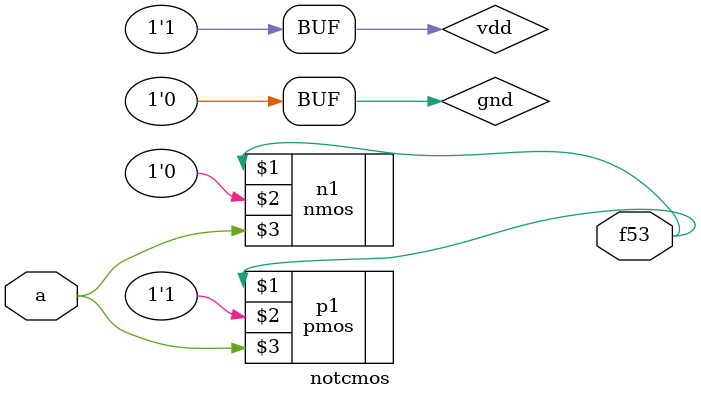
<source format=v>
`timescale 1ns / 1ps
module notcmos(
    input a,
    output f53
    );
	 wire w1;
	 supply1 vdd;
	 supply0 gnd;
	 pmos p1(f53,vdd,a);
	 nmos n1(f53,gnd,a);


endmodule

</source>
